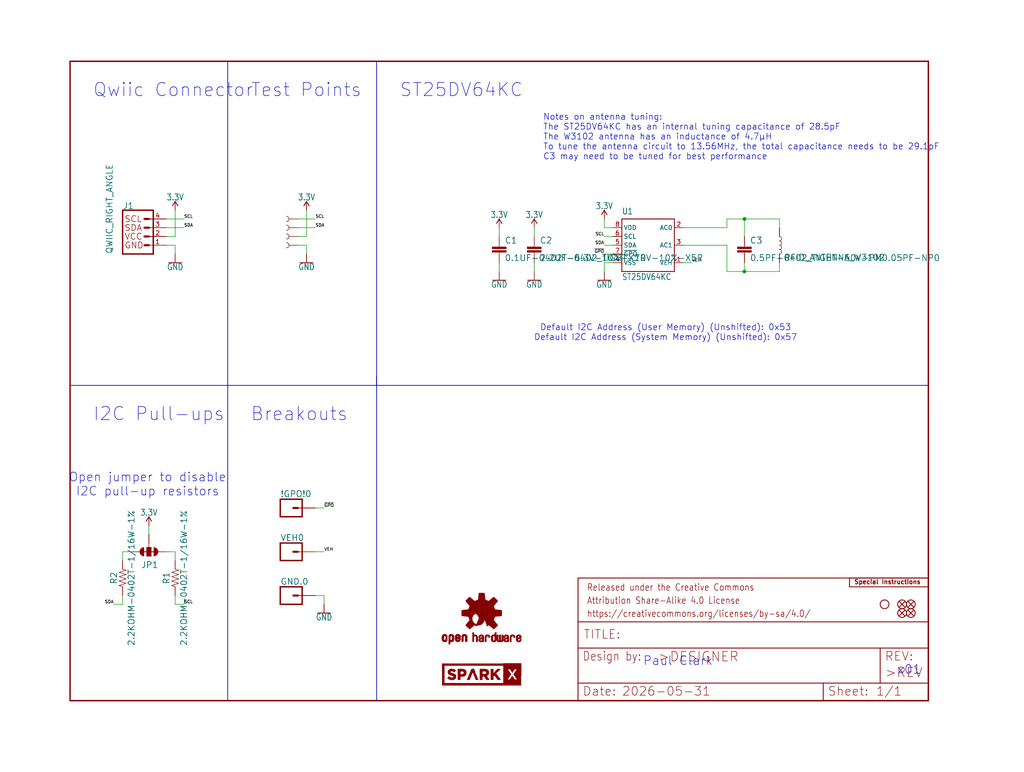
<source format=kicad_sch>
(kicad_sch (version 20230121) (generator eeschema)
  (paper "User" 297.002 223.926)
  (lib_symbols
    (symbol "working-eagle-import:0.1UF-0402T-6.3V-10%-X7R"
      (property "Reference" "C" (at 1.524 2.921 0))
      (symbol "0.1UF-0402T-6.3V-10%-X7R_1_0"
        (pin passive line (at 0 5.08 270) (length 2.54) (name "1") (number "1"))
        (pin passive line (at 0 -2.54 90) (length 2.54) (name "2") (number "2"))
      )
    )
    (symbol "working-eagle-import:0.5PF-0402_TIGHT-50V-PM0.05PF-NP0"
      (property "Reference" "C" (at 1.524 2.921 0))
      (symbol "0.5PF-0402_TIGHT-50V-PM0.05PF-NP0_1_0"
        (pin passive line (at 0 5.08 270) (length 2.54) (name "1") (number "1"))
        (pin passive line (at 0 -2.54 90) (length 2.54) (name "2") (number "2"))
      )
    )
    (symbol "working-eagle-import:2.2KOHM-0402T-1/16W-1%"
      (property "Reference" "R" (at 0 1.524 0))
      (symbol "2.2KOHM-0402T-1/16W-1%_1_0"
        (pin passive line (at -5.08 0 0) (length 2.54) (name "1") (number "1"))
        (pin passive line (at 5.08 0 180) (length 2.54) (name "2") (number "2"))
      )
    )
    (symbol "working-eagle-import:2.2UF-0402_TIGHT-10V-10%-X5R"
      (property "Reference" "C" (at 1.524 2.921 0))
      (symbol "2.2UF-0402_TIGHT-10V-10%-X5R_1_0"
        (pin passive line (at 0 5.08 270) (length 2.54) (name "1") (number "1"))
        (pin passive line (at 0 -2.54 90) (length 2.54) (name "2") (number "2"))
      )
    )
    (symbol "working-eagle-import:3.3V" (power)
      (property "Value" "3.3V" (at 0 2.794 0))
      (symbol "3.3V_1_0"
        (pin power_in line (at 0 0 90) (length 2.54) (name "3.3V") (number "1"))
      )
    )
    (symbol "working-eagle-import:CONN_01_1MM"
      (property "Reference" "J" (at -2.54 3.048 0))
      (symbol "CONN_01_1MM_1_0"
        (pin passive line (at 7.62 0 180) (length 5.08) (name "1") (number "1"))
      )
    )
    (symbol "working-eagle-import:FIDUCIALUFIDUCIAL")
    (symbol "working-eagle-import:FRAME-LETTER"
      (symbol "FRAME-LETTER_2_0"
        (text "${#}/${##}" (at 86.36 1.27 0) (effects (font (size 2.54 2.54)) (justify left bottom)))
        (text "${CURRENT_DATE}" (at 12.7 1.27 0) (effects (font (size 2.54 2.54)) (justify left bottom)))
        (text "${PROJECTNAME}" (at 15.494 17.78 0) (effects (font (size 2.7432 2.7432)) (justify left bottom)))
        (text ">DESIGNER" (at 23.114 11.176 0) (effects (font (size 2.7432 2.7432)) (justify left bottom)))
        (text ">REV" (at 88.9 6.604 0) (effects (font (size 2.7432 2.7432)) (justify left bottom)))
        (text "Attribution Share-Alike 4.0 License" (at 2.54 27.94 0) (effects (font (size 1.9304 1.6408)) (justify left bottom)))
        (text "Date:" (at 1.27 1.27 0) (effects (font (size 2.54 2.54)) (justify left bottom)))
        (text "Design by:" (at 1.27 11.43 0) (effects (font (size 2.54 2.159)) (justify left bottom)))
        (text "https://creativecommons.org/licenses/by-sa/4.0/" (at 2.54 24.13 0) (effects (font (size 1.9304 1.6408)) (justify left bottom)))
        (text "Released under the Creative Commons" (at 2.54 31.75 0) (effects (font (size 1.9304 1.6408)) (justify left bottom)))
        (text "REV:" (at 88.9 11.43 0) (effects (font (size 2.54 2.54)) (justify left bottom)))
        (text "Sheet:" (at 72.39 1.27 0) (effects (font (size 2.54 2.54)) (justify left bottom)))
        (text "TITLE:" (at 1.524 17.78 0) (effects (font (size 2.54 2.54)) (justify left bottom)))
      )
    )
    (symbol "working-eagle-import:GND" (power)
      (property "Value" "GND" (at 0 -0.254 0))
      (symbol "GND_1_0"
        (pin power_in line (at 0 2.54 270) (length 2.54) (name "GND") (number "1"))
      )
    )
    (symbol "working-eagle-import:JUMPER-SMT_3_2-NC_TRACE_SILK"
      (property "Reference" "JP" (at 6.096 1.524 0))
      (symbol "JUMPER-SMT_3_2-NC_TRACE_SILK_1_0"
        (pin passive line (at 0 5.08 270) (length 2.54) (name "1") (number "1"))
        (pin passive line (at -5.08 0 0) (length 2.54) (name "2") (number "2"))
        (pin passive line (at 0 -5.08 90) (length 2.54) (name "3") (number "3"))
      )
    )
    (symbol "working-eagle-import:OSHW-LOGOMINI")
    (symbol "working-eagle-import:QWIIC_CONNECTORJS-1MM"
      (property "Reference" "J" (at -5.08 7.874 0))
      (symbol "QWIIC_CONNECTORJS-1MM_1_0"
        (text "GND" (at -4.572 -2.54 0) (effects (font (size 1.778 1.778)) (justify left)))
        (text "SCL" (at -4.572 5.08 0) (effects (font (size 1.778 1.778)) (justify left)))
        (text "SDA" (at -4.572 2.54 0) (effects (font (size 1.778 1.778)) (justify left)))
        (text "VCC" (at -4.572 0 0) (effects (font (size 1.778 1.778)) (justify left)))
        (pin power_in line (at 7.62 -2.54 180) (length 5.08) (name "1") (number "1"))
        (pin power_in line (at 7.62 0 180) (length 5.08) (name "2") (number "2"))
        (pin passive line (at 7.62 2.54 180) (length 5.08) (name "3") (number "3"))
        (pin passive line (at 7.62 5.08 180) (length 5.08) (name "4") (number "4"))
      )
    )
    (symbol "working-eagle-import:RFID_ANTENNA_W3102"
      (symbol "RFID_ANTENNA_W3102_1_0"
        (pin passive line (at 0 5.08 270) (length 2.54) (name "1") (number "1"))
        (pin passive line (at 0 -5.08 90) (length 2.54) (name "2") (number "2"))
      )
    )
    (symbol "working-eagle-import:SPARKX-LOGO2")
    (symbol "working-eagle-import:SPECIAL_INSTRUCTIONS-ORDERING"
      (symbol "SPECIAL_INSTRUCTIONS-ORDERING_1_0"
        (text "Special Instructions" (at 1.27 0.6985 0) (effects (font (size 1.27 1.27) (thickness 0.254) bold) (justify left bottom)))
      )
    )
    (symbol "working-eagle-import:ST25DV64KC"
      (property "Reference" "U" (at 0 16.51 0))
      (symbol "ST25DV64KC_1_0"
        (pin power_in line (at 17.78 2.54 180) (length 2.54) (name "VEH") (number "1"))
        (pin bidirectional line (at 17.78 12.7 180) (length 2.54) (name "AC0") (number "2"))
        (pin bidirectional line (at 17.78 7.62 180) (length 2.54) (name "AC1") (number "3"))
        (pin power_in line (at -2.54 2.54 0) (length 2.54) (name "VSS") (number "4"))
        (pin bidirectional line (at -2.54 7.62 0) (length 2.54) (name "SDA") (number "5"))
        (pin bidirectional line (at -2.54 10.16 0) (length 2.54) (name "SCL") (number "6"))
        (pin output line (at -2.54 5.08 0) (length 2.54) (name "~{GPO}") (number "7"))
        (pin power_in line (at -2.54 12.7 0) (length 2.54) (name "VDD") (number "8"))
      )
    )
    (symbol "working-eagle-import:STAND-OFFTIGHT")
    (symbol "working-eagle-import:TEST-POINT3"
      (symbol "TEST-POINT3_1_0"
        (pin bidirectional line (at 0 0 180) (length 0) (name "1") (number "1"))
      )
    )
  )
  (junction (at 215.9 78.74))
  (junction (at 215.9 63.5))
  (polyline (pts (xy 109.22 203.2) (xy 109.22 109.22)) (stroke (width 0.2032) (type solid)))
  (wire (pts (xy 50.8 175.26) (xy 53.34 175.26)) (stroke (width 0.1524)))
  (wire (pts (xy 50.8 71.12) (xy 50.8 73.66)) (stroke (width 0.1524)))
  (wire (pts (xy 198.12 76.2) (xy 200.66 76.2)) (stroke (width 0.1524)))
  (wire (pts (xy 210.82 78.74) (xy 215.9 78.74)) (stroke (width 0.1524)))
  (wire (pts (xy 210.82 63.5) (xy 215.9 63.5)) (stroke (width 0.1524)))
  (wire (pts (xy 144.78 68.58) (xy 144.78 66.04)) (stroke (width 0.1524)))
  (wire (pts (xy 210.82 71.12) (xy 210.82 78.74)) (stroke (width 0.1524)))
  (polyline (pts (xy 109.22 111.76) (xy 66.04 111.76)) (stroke (width 0.2032) (type solid)))
  (wire (pts (xy 86.36 71.12) (xy 88.9 71.12)) (stroke (width 0.1524)))
  (polyline (pts (xy 269.24 111.76) (xy 109.22 111.76)) (stroke (width 0.2032) (type solid)))
  (wire (pts (xy 91.44 172.72) (xy 93.98 172.72)) (stroke (width 0.1524)))
  (wire (pts (xy 86.36 63.5) (xy 91.44 63.5)) (stroke (width 0.1524)))
  (wire (pts (xy 35.56 175.26) (xy 33.02 175.26)) (stroke (width 0.1524)))
  (wire (pts (xy 226.06 78.74) (xy 226.06 76.2)) (stroke (width 0.1524)))
  (polyline (pts (xy 66.04 111.76) (xy 20.32 111.76)) (stroke (width 0.2032) (type solid)))
  (wire (pts (xy 154.94 78.74) (xy 154.94 76.2)) (stroke (width 0.1524)))
  (wire (pts (xy 215.9 68.58) (xy 215.9 63.5)) (stroke (width 0.1524)))
  (wire (pts (xy 35.56 172.72) (xy 35.56 175.26)) (stroke (width 0.1524)))
  (wire (pts (xy 86.36 68.58) (xy 88.9 68.58)) (stroke (width 0.1524)))
  (wire (pts (xy 48.26 63.5) (xy 53.34 63.5)) (stroke (width 0.1524)))
  (wire (pts (xy 88.9 71.12) (xy 88.9 73.66)) (stroke (width 0.1524)))
  (wire (pts (xy 86.36 66.04) (xy 91.44 66.04)) (stroke (width 0.1524)))
  (wire (pts (xy 226.06 63.5) (xy 226.06 66.04)) (stroke (width 0.1524)))
  (wire (pts (xy 35.56 160.02) (xy 35.56 162.56)) (stroke (width 0.1524)))
  (wire (pts (xy 177.8 71.12) (xy 175.26 71.12)) (stroke (width 0.1524)))
  (wire (pts (xy 144.78 78.74) (xy 144.78 76.2)) (stroke (width 0.1524)))
  (wire (pts (xy 48.26 71.12) (xy 50.8 71.12)) (stroke (width 0.1524)))
  (wire (pts (xy 177.8 68.58) (xy 175.26 68.58)) (stroke (width 0.1524)))
  (wire (pts (xy 50.8 172.72) (xy 50.8 175.26)) (stroke (width 0.1524)))
  (wire (pts (xy 215.9 76.2) (xy 215.9 78.74)) (stroke (width 0.1524)))
  (wire (pts (xy 91.44 147.32) (xy 93.98 147.32)) (stroke (width 0.1524)))
  (wire (pts (xy 177.8 73.66) (xy 175.26 73.66)) (stroke (width 0.1524)))
  (wire (pts (xy 48.26 160.02) (xy 50.8 160.02)) (stroke (width 0.1524)))
  (wire (pts (xy 154.94 66.04) (xy 154.94 68.58)) (stroke (width 0.1524)))
  (wire (pts (xy 50.8 160.02) (xy 50.8 162.56)) (stroke (width 0.1524)))
  (wire (pts (xy 93.98 172.72) (xy 93.98 175.26)) (stroke (width 0.1524)))
  (wire (pts (xy 215.9 63.5) (xy 226.06 63.5)) (stroke (width 0.1524)))
  (polyline (pts (xy 66.04 203.2) (xy 66.04 111.76)) (stroke (width 0.2032) (type solid)))
  (wire (pts (xy 50.8 68.58) (xy 50.8 60.96)) (stroke (width 0.1524)))
  (wire (pts (xy 48.26 68.58) (xy 50.8 68.58)) (stroke (width 0.1524)))
  (wire (pts (xy 38.1 160.02) (xy 35.56 160.02)) (stroke (width 0.1524)))
  (wire (pts (xy 175.26 66.04) (xy 175.26 63.5)) (stroke (width 0.1524)))
  (wire (pts (xy 210.82 66.04) (xy 210.82 63.5)) (stroke (width 0.1524)))
  (wire (pts (xy 175.26 76.2) (xy 175.26 78.74)) (stroke (width 0.1524)))
  (wire (pts (xy 198.12 71.12) (xy 210.82 71.12)) (stroke (width 0.1524)))
  (polyline (pts (xy 66.04 111.76) (xy 66.04 17.78)) (stroke (width 0.2032) (type solid)))
  (wire (pts (xy 48.26 66.04) (xy 53.34 66.04)) (stroke (width 0.1524)))
  (wire (pts (xy 215.9 78.74) (xy 226.06 78.74)) (stroke (width 0.1524)))
  (wire (pts (xy 177.8 76.2) (xy 175.26 76.2)) (stroke (width 0.1524)))
  (wire (pts (xy 198.12 66.04) (xy 210.82 66.04)) (stroke (width 0.1524)))
  (wire (pts (xy 43.18 152.4) (xy 43.18 154.94)) (stroke (width 0.1524)))
  (wire (pts (xy 88.9 68.58) (xy 88.9 60.96)) (stroke (width 0.1524)))
  (wire (pts (xy 177.8 66.04) (xy 175.26 66.04)) (stroke (width 0.1524)))
  (wire (pts (xy 91.44 160.02) (xy 93.98 160.02)) (stroke (width 0.1524)))
  (polyline (pts (xy 109.22 111.76) (xy 109.22 17.78)) (stroke (width 0.2032) (type solid)))
  (text "Paul Clark" (at 186.436 193.294 0) (effects (font (size 2.54 2.54)) (justify left bottom)))
  (text "Breakouts" (at 72.644 122.428 0) (effects (font (size 3.81 3.81)) (justify left bottom)))
  (text "Test Points" (at 72.644 28.448 0) (effects (font (size 3.81 3.81)) (justify left bottom)))
  (text "I2C Pull-ups" (at 26.924 122.428 0) (effects (font (size 3.81 3.81)) (justify left bottom)))
  (text "Qwiic Connector" (at 26.924 28.448 0) (effects (font (size 3.81 3.81)) (justify left bottom)))
  (text "Notes on antenna tuning:\nThe ST25DV64KC has an internal tuning capacitance of 28.5pF\nThe W3102 antenna has an inductance of 4.7µH\nTo tune the antenna circuit to 13.56MHz, the total capacitance needs to be 29.1pF\nC3 may need to be tuned for best performance" (at 157.48 33.02 0) (effects (font (size 1.778 1.778)) (justify left top)))
  (text "ST25DV64KC" (at 115.824 28.448 0) (effects (font (size 3.81 3.81)) (justify left bottom)))
  (text "Default I2C Address (User Memory) (Unshifted): 0x53\nDefault I2C Address (System Memory) (Unshifted): 0x57" (at 193.04 96.52 0) (effects (font (size 1.778 1.778))))
  (text "x01" (at 260.096 195.834 0) (effects (font (size 2.54 2.54)) (justify left bottom)))
  (text "Open jumper to disable\nI2C pull-up resistors" (at 42.799 140.589 0) (effects (font (size 2.54 2.54))))
  (label "SCL" (at 91.44 63.5 0) (effects (font (size 0.889 0.889))))
  (label "SCL" (at 53.34 175.26 0) (effects (font (size 0.889 0.889))))
  (label "SDA" (at 91.44 66.04 0) (effects (font (size 0.889 0.889))))
  (label "VEH" (at 200.66 76.2 0) (effects (font (size 0.889 0.889))))
  (label "SCL" (at 53.34 63.5 0) (effects (font (size 0.889 0.889))))
  (label "VEH" (at 93.98 160.02 0) (effects (font (size 0.889 0.889))))
  (label "SDA" (at 53.34 66.04 0) (effects (font (size 0.889 0.889))))
  (label "~{GPO}" (at 93.98 147.32 0) (effects (font (size 0.889 0.889))))
  (label "SDA" (at 175.26 71.12 180) (effects (font (size 0.889 0.889))))
  (label "SCL" (at 175.26 68.58 180) (effects (font (size 0.889 0.889))))
  (label "SDA" (at 33.02 175.26 180) (effects (font (size 0.889 0.889))))
  (label "~{GPO}" (at 175.26 73.66 180) (effects (font (size 0.889 0.889))))
  (symbol (lib_id "working-eagle-import:GND") (at 88.9 76.2 0) (unit 1)
    (property "Reference" "#GND4" (effects hide))
    (property "Value" "GND" (at 88.9 76.454 0) (effects (font (size 1.778 1.5113)) (justify top)))
  )
  (symbol (lib_id "working-eagle-import:GND") (at 175.26 81.28 0) (unit 1)
    (property "Reference" "#GND1" (effects hide))
    (property "Value" "GND" (at 175.26 81.534 0) (effects (font (size 1.778 1.5113)) (justify top)))
  )
  (symbol (lib_id "working-eagle-import:3.3V") (at 175.26 63.5 0) (unit 1)
    (property "Reference" "#SUPPLY1" (effects hide))
    (property "Value" "3.3V" (at 175.26 60.706 0) (effects (font (size 1.778 1.5113)) (justify bottom)))
  )
  (symbol (lib_id "working-eagle-import:0.1UF-0402T-6.3V-10%-X7R") (at 144.78 73.66 0) (unit 1)
    (property "Reference" "C1" (at 146.304 70.739 0) (effects (font (size 1.778 1.778)) (justify left bottom)))
    (property "Value" "0.1UF-0402T-6.3V-10%-X7R" (at 146.304 75.819 0) (effects (font (size 1.778 1.778)) (justify left bottom)))
    (property "Footprint" "working:0402-TIGHT" (effects hide))
  )
  (symbol (lib_id "working-eagle-import:CONN_01_1MM") (at 83.82 147.32 0) (unit 1)
    (property "Reference" "!GPO!0" (at 81.28 144.272 0) (effects (font (size 1.778 1.778)) (justify left bottom)))
    (property "Value" "CONN_01_1MM" (effects hide))
    (property "Footprint" "working:1X01_1MM_NO_SILK" (effects hide))
  )
  (symbol (lib_id "working-eagle-import:TEST-POINT3") (at 86.36 71.12 0) (mirror y) (unit 1)
    (property "Reference" "GND0" (effects hide))
    (property "Value" "TEST-POINT3" (effects hide))
    (property "Footprint" "working:PAD.03X.03" (effects hide))
  )
  (symbol (lib_id "working-eagle-import:TEST-POINT3") (at 86.36 63.5 0) (mirror y) (unit 1)
    (property "Reference" "SCL0" (effects hide))
    (property "Value" "TEST-POINT3" (effects hide))
    (property "Footprint" "working:PAD.03X.03" (effects hide))
  )
  (symbol (lib_id "working-eagle-import:STAND-OFFTIGHT") (at 256.54 175.26 0) (unit 1)
    (property "Reference" "H1" (effects hide))
    (property "Value" "STAND-OFFTIGHT" (effects hide))
    (property "Footprint" "working:STAND-OFF-TIGHT" (effects hide))
  )
  (symbol (lib_id "working-eagle-import:3.3V") (at 43.18 152.4 0) (unit 1)
    (property "Reference" "#SUPPLY3" (effects hide))
    (property "Value" "3.3V" (at 43.18 149.606 0) (effects (font (size 1.778 1.5113)) (justify bottom)))
  )
  (symbol (lib_id "working-eagle-import:3.3V") (at 50.8 60.96 0) (unit 1)
    (property "Reference" "#SUPPLY4" (effects hide))
    (property "Value" "3.3V" (at 50.8 58.166 0) (effects (font (size 1.778 1.5113)) (justify bottom)))
  )
  (symbol (lib_id "working-eagle-import:QWIIC_CONNECTORJS-1MM") (at 40.64 68.58 0) (unit 1)
    (property "Reference" "J1" (at 35.56 60.706 0) (effects (font (size 1.778 1.778)) (justify left bottom)))
    (property "Value" "QWIIC_RIGHT_ANGLE" (at 30.734 73.66 90) (effects (font (size 1.778 1.778)) (justify left top)))
    (property "Footprint" "working:JST04_1MM_RA" (effects hide))
  )
  (symbol (lib_id "working-eagle-import:FRAME-LETTER") (at 20.32 203.2 0) (unit 1)
    (property "Reference" "FRAME2" (effects hide))
    (property "Value" "FRAME-LETTER" (effects hide))
    (property "Footprint" "working:CREATIVE_COMMONS" (effects hide))
  )
  (symbol (lib_id "working-eagle-import:FIDUCIALUFIDUCIAL") (at 261.62 177.8 0) (unit 1)
    (property "Reference" "FD2" (effects hide))
    (property "Value" "FIDUCIALUFIDUCIAL" (effects hide))
    (property "Footprint" "working:FIDUCIAL-MICRO" (effects hide))
  )
  (symbol (lib_id "working-eagle-import:2.2KOHM-0402T-1/16W-1%") (at 35.56 167.64 90) (unit 1)
    (property "Reference" "R2" (at 34.036 167.64 0) (effects (font (size 1.778 1.778)) (justify bottom)))
    (property "Value" "2.2KOHM-0402T-1/16W-1%" (at 37.084 167.64 0) (effects (font (size 1.778 1.778)) (justify top)))
    (property "Footprint" "working:0402-TIGHT" (effects hide))
  )
  (symbol (lib_id "working-eagle-import:FIDUCIALUFIDUCIAL") (at 261.62 175.26 0) (unit 1)
    (property "Reference" "FD3" (effects hide))
    (property "Value" "FIDUCIALUFIDUCIAL" (effects hide))
    (property "Footprint" "working:FIDUCIAL-MICRO" (effects hide))
  )
  (symbol (lib_id "working-eagle-import:SPARKX-LOGO2") (at 139.7 195.58 0) (unit 1)
    (property "Reference" "U$1" (effects hide))
    (property "Value" "SPARKX-LOGO2" (effects hide))
    (property "Footprint" "working:SPARKX-TINY" (effects hide))
  )
  (symbol (lib_id "working-eagle-import:RFID_ANTENNA_W3102") (at 226.06 71.12 0) (unit 1)
    (property "Reference" "ANT0" (effects hide))
    (property "Value" "RFID_ANTENNA_W3102" (at 227.33 73.66 0) (effects (font (size 1.778 1.778)) (justify left top)))
    (property "Footprint" "working:W3102" (effects hide))
  )
  (symbol (lib_id "working-eagle-import:SPECIAL_INSTRUCTIONS-ORDERING") (at 246.38 170.18 0) (unit 1)
    (property "Reference" "LOGO1" (effects hide))
    (property "Value" "SPECIAL_INSTRUCTIONS-ORDERING" (effects hide))
    (property "Footprint" "working:ORDERING_INSTRUCTIONS" (effects hide))
  )
  (symbol (lib_id "working-eagle-import:CONN_01_1MM") (at 83.82 160.02 0) (unit 1)
    (property "Reference" "VEH0" (at 81.28 156.972 0) (effects (font (size 1.778 1.778)) (justify left bottom)))
    (property "Value" "CONN_01_1MM" (effects hide))
    (property "Footprint" "working:1X01_1MM_NO_SILK" (effects hide))
  )
  (symbol (lib_id "working-eagle-import:JUMPER-SMT_3_2-NC_TRACE_SILK") (at 43.18 160.02 270) (unit 1)
    (property "Reference" "JP1" (at 43.434 163.83 90) (effects (font (size 1.778 1.778))))
    (property "Value" "JUMPER-SMT_3_2-NC_TRACE_SILK" (effects hide))
    (property "Footprint" "working:SMT-JUMPER_3_2-NC_TRACE_SILK" (effects hide))
  )
  (symbol (lib_id "working-eagle-import:FIDUCIALUFIDUCIAL") (at 264.16 175.26 0) (unit 1)
    (property "Reference" "FD4" (effects hide))
    (property "Value" "FIDUCIALUFIDUCIAL" (effects hide))
    (property "Footprint" "working:FIDUCIAL-MICRO" (effects hide))
  )
  (symbol (lib_id "working-eagle-import:FRAME-LETTER") (at 167.64 203.2 0) (unit 2)
    (property "Reference" "FRAME2" (effects hide))
    (property "Value" "FRAME-LETTER" (effects hide))
    (property "Footprint" "working:CREATIVE_COMMONS" (effects hide))
  )
  (symbol (lib_id "working-eagle-import:FIDUCIALUFIDUCIAL") (at 264.16 177.8 0) (unit 1)
    (property "Reference" "FD1" (effects hide))
    (property "Value" "FIDUCIALUFIDUCIAL" (effects hide))
    (property "Footprint" "working:FIDUCIAL-MICRO" (effects hide))
  )
  (symbol (lib_id "working-eagle-import:GND") (at 93.98 177.8 0) (unit 1)
    (property "Reference" "#GND5" (effects hide))
    (property "Value" "GND" (at 93.98 178.054 0) (effects (font (size 1.778 1.5113)) (justify top)))
  )
  (symbol (lib_id "working-eagle-import:TEST-POINT3") (at 86.36 66.04 0) (mirror y) (unit 1)
    (property "Reference" "SDA0" (effects hide))
    (property "Value" "TEST-POINT3" (effects hide))
    (property "Footprint" "working:PAD.03X.03" (effects hide))
  )
  (symbol (lib_id "working-eagle-import:GND") (at 154.94 81.28 0) (unit 1)
    (property "Reference" "#GND58" (effects hide))
    (property "Value" "GND" (at 154.94 81.534 0) (effects (font (size 1.778 1.5113)) (justify top)))
  )
  (symbol (lib_id "working-eagle-import:3.3V") (at 88.9 60.96 0) (unit 1)
    (property "Reference" "#SUPPLY5" (effects hide))
    (property "Value" "3.3V" (at 88.9 58.166 0) (effects (font (size 1.778 1.5113)) (justify bottom)))
  )
  (symbol (lib_id "working-eagle-import:OSHW-LOGOMINI") (at 139.7 177.8 0) (unit 1)
    (property "Reference" "LOGO2" (effects hide))
    (property "Value" "OSHW-LOGOMINI" (effects hide))
    (property "Footprint" "working:OSHW-LOGO-MINI" (effects hide))
  )
  (symbol (lib_id "working-eagle-import:GND") (at 50.8 76.2 0) (unit 1)
    (property "Reference" "#GND3" (effects hide))
    (property "Value" "GND" (at 50.8 76.454 0) (effects (font (size 1.778 1.5113)) (justify top)))
  )
  (symbol (lib_id "working-eagle-import:3.3V") (at 154.94 66.04 0) (unit 1)
    (property "Reference" "#SUPPLY6" (effects hide))
    (property "Value" "3.3V" (at 154.94 63.246 0) (effects (font (size 1.778 1.5113)) (justify bottom)))
  )
  (symbol (lib_id "working-eagle-import:GND") (at 144.78 81.28 0) (unit 1)
    (property "Reference" "#GND2" (effects hide))
    (property "Value" "GND" (at 144.78 81.534 0) (effects (font (size 1.778 1.5113)) (justify top)))
  )
  (symbol (lib_id "working-eagle-import:2.2UF-0402_TIGHT-10V-10%-X5R") (at 154.94 73.66 0) (unit 1)
    (property "Reference" "C2" (at 156.464 70.739 0) (effects (font (size 1.778 1.778)) (justify left bottom)))
    (property "Value" "2.2UF-0402_TIGHT-10V-10%-X5R" (at 156.464 75.819 0) (effects (font (size 1.778 1.778)) (justify left bottom)))
    (property "Footprint" "working:0402-TIGHT" (effects hide))
  )
  (symbol (lib_id "working-eagle-import:3.3V") (at 144.78 66.04 0) (unit 1)
    (property "Reference" "#SUPPLY2" (effects hide))
    (property "Value" "3.3V" (at 144.78 63.246 0) (effects (font (size 1.778 1.5113)) (justify bottom)))
  )
  (symbol (lib_id "working-eagle-import:CONN_01_1MM") (at 83.82 172.72 0) (unit 1)
    (property "Reference" "GND.0" (at 81.28 169.672 0) (effects (font (size 1.778 1.778)) (justify left bottom)))
    (property "Value" "CONN_01_1MM" (effects hide))
    (property "Footprint" "working:1X01_1MM_NO_SILK" (effects hide))
  )
  (symbol (lib_id "working-eagle-import:ST25DV64KC") (at 180.34 78.74 0) (unit 1)
    (property "Reference" "U1" (at 180.34 62.23 0) (effects (font (size 1.778 1.5113)) (justify left bottom)))
    (property "Value" "ST25DV64KC" (at 180.34 81.28 0) (effects (font (size 1.778 1.5113)) (justify left bottom)))
    (property "Footprint" "working:SO08" (effects hide))
  )
  (symbol (lib_id "working-eagle-import:0.5PF-0402_TIGHT-50V-PM0.05PF-NP0") (at 215.9 73.66 0) (unit 1)
    (property "Reference" "C3" (at 217.424 70.739 0) (effects (font (size 1.778 1.778)) (justify left bottom)))
    (property "Value" "0.5PF-0402_TIGHT-50V-PM0.05PF-NP0" (at 217.424 75.819 0) (effects (font (size 1.778 1.778)) (justify left bottom)))
    (property "Footprint" "working:0402-TIGHT" (effects hide))
  )
  (symbol (lib_id "working-eagle-import:2.2KOHM-0402T-1/16W-1%") (at 50.8 167.64 90) (unit 1)
    (property "Reference" "R1" (at 49.276 167.64 0) (effects (font (size 1.778 1.778)) (justify bottom)))
    (property "Value" "2.2KOHM-0402T-1/16W-1%" (at 52.324 167.64 0) (effects (font (size 1.778 1.778)) (justify top)))
    (property "Footprint" "working:0402-TIGHT" (effects hide))
  )
  (symbol (lib_id "working-eagle-import:TEST-POINT3") (at 86.36 68.58 0) (mirror y) (unit 1)
    (property "Reference" "UNK3V3" (effects hide))
    (property "Value" "TEST-POINT3" (effects hide))
    (property "Footprint" "working:PAD.03X.03" (effects hide))
  )
)
</source>
